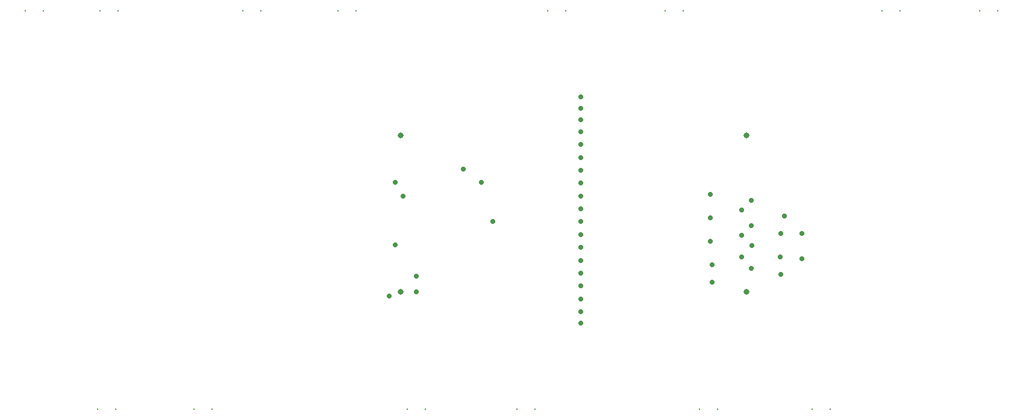
<source format=gbr>
%TF.GenerationSoftware,Altium Limited,Altium Designer,19.1.8 (144)*%
G04 Layer_Color=0*
%FSLAX26Y26*%
%MOIN*%
%TF.FileFunction,Plated,1,2,PTH,Drill*%
%TF.Part,Single*%
G01*
G75*
%TA.AperFunction,ComponentDrill*%
%ADD36C,0.011811*%
%ADD37C,0.033000*%
%TA.AperFunction,ViaDrill,NotFilled*%
%ADD38C,0.028000*%
D36*
X4725000Y196850D02*
D03*
X4625000D02*
D03*
X4100000D02*
D03*
X4000000D02*
D03*
X2990000D02*
D03*
X3090000D02*
D03*
X2485000D02*
D03*
X2385000D02*
D03*
X1305000D02*
D03*
X1205000D02*
D03*
X372047Y2401574D02*
D03*
X272047D02*
D03*
X785433D02*
D03*
X685433D02*
D03*
X1575000D02*
D03*
X1475000D02*
D03*
X2100000D02*
D03*
X2000000D02*
D03*
X3260000D02*
D03*
X3160000D02*
D03*
X3910000D02*
D03*
X3810000D02*
D03*
X5110000D02*
D03*
X5010000D02*
D03*
X5650000D02*
D03*
X5550000D02*
D03*
X770000Y196850D02*
D03*
X670000D02*
D03*
D37*
X2346850Y846456D02*
D03*
Y1712598D02*
D03*
X4260236Y846456D02*
D03*
Y1712598D02*
D03*
D38*
X4471457Y1266732D02*
D03*
X2793307Y1450787D02*
D03*
X2695866Y1526575D02*
D03*
X3345481Y671262D02*
D03*
X3345472Y1927165D02*
D03*
Y1862205D02*
D03*
X2858268Y1234252D02*
D03*
X3345472Y1797244D02*
D03*
X4568898Y1169291D02*
D03*
X4289835Y1101895D02*
D03*
X4449803Y941929D02*
D03*
X4568898Y1028543D02*
D03*
X3345481Y736222D02*
D03*
X2433262Y931102D02*
D03*
X2436030Y844490D02*
D03*
X2284449Y822835D02*
D03*
X2360236Y1375000D02*
D03*
X2316929Y1450787D02*
D03*
Y1104331D02*
D03*
X4070866Y898622D02*
D03*
X4070877Y996066D02*
D03*
X4448819Y1040355D02*
D03*
X4449803Y1169292D02*
D03*
X4060039Y1125984D02*
D03*
X4233268Y1039370D02*
D03*
X4060039Y1255906D02*
D03*
Y1385827D02*
D03*
X3343503Y806102D02*
D03*
X4287413Y974412D02*
D03*
X4233268Y1158465D02*
D03*
X4287413Y1212602D02*
D03*
X4233279Y1299216D02*
D03*
X4287402Y1353347D02*
D03*
X3343503Y877402D02*
D03*
Y948701D02*
D03*
Y1019996D02*
D03*
Y1091294D02*
D03*
Y1162591D02*
D03*
Y1233889D02*
D03*
Y1305187D02*
D03*
Y1376485D02*
D03*
Y1447783D02*
D03*
Y1519081D02*
D03*
Y1590378D02*
D03*
Y1661676D02*
D03*
Y1732974D02*
D03*
%TF.MD5,8059678c59012dd216c0e0301d9c2f7e*%
M02*

</source>
